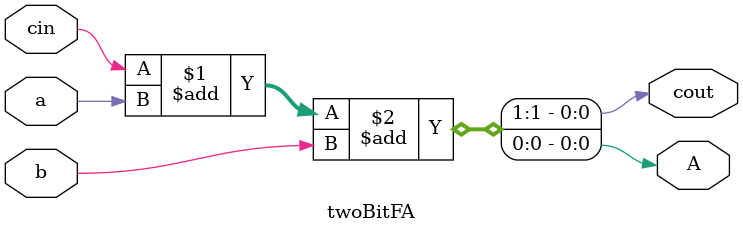
<source format=v>
`timescale 1ns / 1ps


module twoBitFA(input a,b,cin,output A,cout);
    assign{cout,A} = cin + a + b;
endmodule 

</source>
